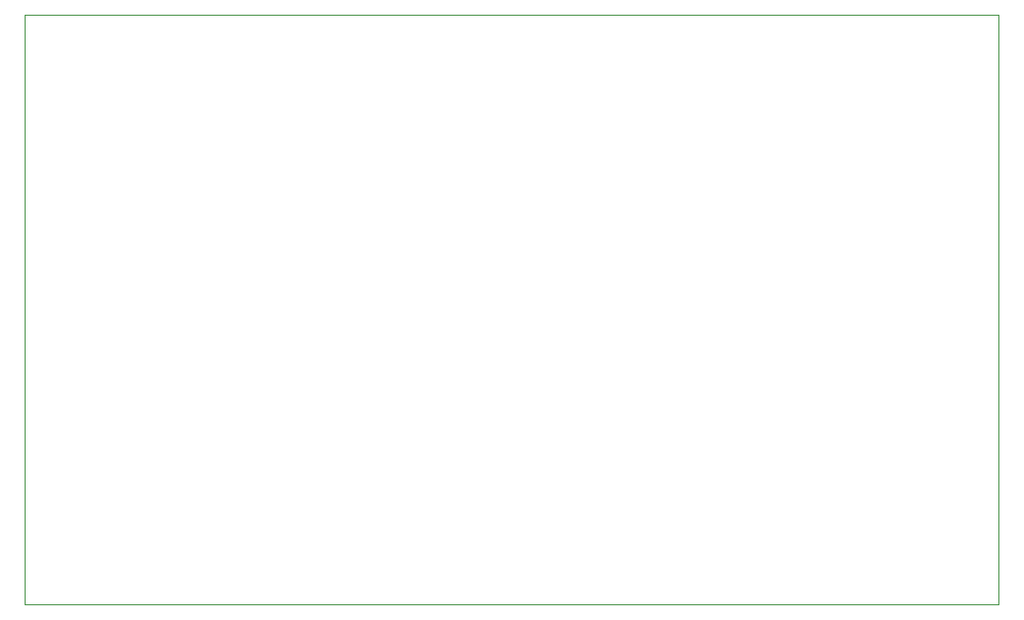
<source format=gbr>
G04 #@! TF.GenerationSoftware,KiCad,Pcbnew,5.0.2-bee76a0~70~ubuntu16.04.1*
G04 #@! TF.CreationDate,2019-11-21T15:25:57-08:00*
G04 #@! TF.ProjectId,led-panel,6c65642d-7061-46e6-956c-2e6b69636164,rev?*
G04 #@! TF.SameCoordinates,Original*
G04 #@! TF.FileFunction,Profile,NP*
%FSLAX46Y46*%
G04 Gerber Fmt 4.6, Leading zero omitted, Abs format (unit mm)*
G04 Created by KiCad (PCBNEW 5.0.2-bee76a0~70~ubuntu16.04.1) date Thu 21 Nov 2019 03:25:57 PM PST*
%MOMM*%
%LPD*%
G01*
G04 APERTURE LIST*
%ADD10C,0.100000*%
G04 APERTURE END LIST*
D10*
X187960000Y-59690000D02*
X104140000Y-59690000D01*
X187960000Y-110490000D02*
X187960000Y-59690000D01*
X104140000Y-110490000D02*
X187960000Y-110490000D01*
X104140000Y-59690000D02*
X104140000Y-110490000D01*
M02*

</source>
